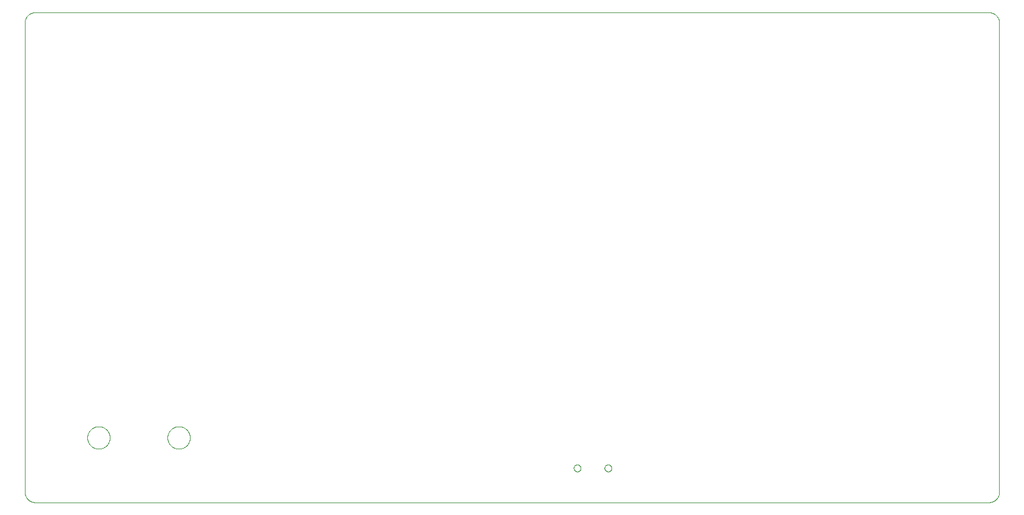
<source format=gko>
G75*
%MOIN*%
%OFA0B0*%
%FSLAX25Y25*%
%IPPOS*%
%LPD*%
%AMOC8*
5,1,8,0,0,1.08239X$1,22.5*
%
%ADD10C,0.00394*%
%ADD11C,0.00000*%
D10*
X0034258Y0146728D02*
X0569691Y0146728D01*
X0569843Y0146730D01*
X0569995Y0146736D01*
X0570147Y0146746D01*
X0570298Y0146759D01*
X0570449Y0146777D01*
X0570600Y0146798D01*
X0570750Y0146824D01*
X0570899Y0146853D01*
X0571048Y0146886D01*
X0571195Y0146923D01*
X0571342Y0146963D01*
X0571487Y0147008D01*
X0571631Y0147056D01*
X0571774Y0147108D01*
X0571916Y0147163D01*
X0572056Y0147222D01*
X0572195Y0147285D01*
X0572332Y0147351D01*
X0572467Y0147421D01*
X0572600Y0147494D01*
X0572731Y0147571D01*
X0572861Y0147651D01*
X0572988Y0147734D01*
X0573113Y0147820D01*
X0573236Y0147910D01*
X0573356Y0148003D01*
X0573474Y0148099D01*
X0573590Y0148198D01*
X0573703Y0148300D01*
X0573813Y0148404D01*
X0573921Y0148512D01*
X0574025Y0148622D01*
X0574127Y0148735D01*
X0574226Y0148851D01*
X0574322Y0148969D01*
X0574415Y0149089D01*
X0574505Y0149212D01*
X0574591Y0149337D01*
X0574674Y0149464D01*
X0574754Y0149594D01*
X0574831Y0149725D01*
X0574904Y0149858D01*
X0574974Y0149993D01*
X0575040Y0150130D01*
X0575103Y0150269D01*
X0575162Y0150409D01*
X0575217Y0150551D01*
X0575269Y0150694D01*
X0575317Y0150838D01*
X0575362Y0150983D01*
X0575402Y0151130D01*
X0575439Y0151277D01*
X0575472Y0151426D01*
X0575501Y0151575D01*
X0575527Y0151725D01*
X0575548Y0151876D01*
X0575566Y0152027D01*
X0575579Y0152178D01*
X0575589Y0152330D01*
X0575595Y0152482D01*
X0575597Y0152634D01*
X0575597Y0416413D01*
X0575595Y0416565D01*
X0575589Y0416717D01*
X0575579Y0416869D01*
X0575566Y0417020D01*
X0575548Y0417171D01*
X0575527Y0417322D01*
X0575501Y0417472D01*
X0575472Y0417621D01*
X0575439Y0417770D01*
X0575402Y0417917D01*
X0575362Y0418064D01*
X0575317Y0418209D01*
X0575269Y0418353D01*
X0575217Y0418496D01*
X0575162Y0418638D01*
X0575103Y0418778D01*
X0575040Y0418917D01*
X0574974Y0419054D01*
X0574904Y0419189D01*
X0574831Y0419322D01*
X0574754Y0419453D01*
X0574674Y0419583D01*
X0574591Y0419710D01*
X0574505Y0419835D01*
X0574415Y0419958D01*
X0574322Y0420078D01*
X0574226Y0420196D01*
X0574127Y0420312D01*
X0574025Y0420425D01*
X0573921Y0420535D01*
X0573813Y0420643D01*
X0573703Y0420747D01*
X0573590Y0420849D01*
X0573474Y0420948D01*
X0573356Y0421044D01*
X0573236Y0421137D01*
X0573113Y0421227D01*
X0572988Y0421313D01*
X0572861Y0421396D01*
X0572731Y0421476D01*
X0572600Y0421553D01*
X0572467Y0421626D01*
X0572332Y0421696D01*
X0572195Y0421762D01*
X0572056Y0421825D01*
X0571916Y0421884D01*
X0571774Y0421939D01*
X0571631Y0421991D01*
X0571487Y0422039D01*
X0571342Y0422084D01*
X0571195Y0422124D01*
X0571048Y0422161D01*
X0570899Y0422194D01*
X0570750Y0422223D01*
X0570600Y0422249D01*
X0570449Y0422270D01*
X0570298Y0422288D01*
X0570147Y0422301D01*
X0569995Y0422311D01*
X0569843Y0422317D01*
X0569691Y0422319D01*
X0034258Y0422319D01*
X0034106Y0422317D01*
X0033954Y0422311D01*
X0033802Y0422301D01*
X0033651Y0422288D01*
X0033500Y0422270D01*
X0033349Y0422249D01*
X0033199Y0422223D01*
X0033050Y0422194D01*
X0032901Y0422161D01*
X0032754Y0422124D01*
X0032607Y0422084D01*
X0032462Y0422039D01*
X0032318Y0421991D01*
X0032175Y0421939D01*
X0032033Y0421884D01*
X0031893Y0421825D01*
X0031754Y0421762D01*
X0031617Y0421696D01*
X0031482Y0421626D01*
X0031349Y0421553D01*
X0031218Y0421476D01*
X0031088Y0421396D01*
X0030961Y0421313D01*
X0030836Y0421227D01*
X0030713Y0421137D01*
X0030593Y0421044D01*
X0030475Y0420948D01*
X0030359Y0420849D01*
X0030246Y0420747D01*
X0030136Y0420643D01*
X0030028Y0420535D01*
X0029924Y0420425D01*
X0029822Y0420312D01*
X0029723Y0420196D01*
X0029627Y0420078D01*
X0029534Y0419958D01*
X0029444Y0419835D01*
X0029358Y0419710D01*
X0029275Y0419583D01*
X0029195Y0419453D01*
X0029118Y0419322D01*
X0029045Y0419189D01*
X0028975Y0419054D01*
X0028909Y0418917D01*
X0028846Y0418778D01*
X0028787Y0418638D01*
X0028732Y0418496D01*
X0028680Y0418353D01*
X0028632Y0418209D01*
X0028587Y0418064D01*
X0028547Y0417917D01*
X0028510Y0417770D01*
X0028477Y0417621D01*
X0028448Y0417472D01*
X0028422Y0417322D01*
X0028401Y0417171D01*
X0028383Y0417020D01*
X0028370Y0416869D01*
X0028360Y0416717D01*
X0028354Y0416565D01*
X0028352Y0416413D01*
X0028353Y0416413D02*
X0028353Y0152634D01*
X0028352Y0152634D02*
X0028354Y0152482D01*
X0028360Y0152330D01*
X0028370Y0152178D01*
X0028383Y0152027D01*
X0028401Y0151876D01*
X0028422Y0151725D01*
X0028448Y0151575D01*
X0028477Y0151426D01*
X0028510Y0151277D01*
X0028547Y0151130D01*
X0028587Y0150983D01*
X0028632Y0150838D01*
X0028680Y0150694D01*
X0028732Y0150551D01*
X0028787Y0150409D01*
X0028846Y0150269D01*
X0028909Y0150130D01*
X0028975Y0149993D01*
X0029045Y0149858D01*
X0029118Y0149725D01*
X0029195Y0149594D01*
X0029275Y0149464D01*
X0029358Y0149337D01*
X0029444Y0149212D01*
X0029534Y0149089D01*
X0029627Y0148969D01*
X0029723Y0148851D01*
X0029822Y0148735D01*
X0029924Y0148622D01*
X0030028Y0148512D01*
X0030136Y0148404D01*
X0030246Y0148300D01*
X0030359Y0148198D01*
X0030475Y0148099D01*
X0030593Y0148003D01*
X0030713Y0147910D01*
X0030836Y0147820D01*
X0030961Y0147734D01*
X0031088Y0147651D01*
X0031218Y0147571D01*
X0031349Y0147494D01*
X0031482Y0147421D01*
X0031617Y0147351D01*
X0031754Y0147285D01*
X0031893Y0147222D01*
X0032033Y0147163D01*
X0032175Y0147108D01*
X0032318Y0147056D01*
X0032462Y0147008D01*
X0032607Y0146963D01*
X0032754Y0146923D01*
X0032901Y0146886D01*
X0033050Y0146853D01*
X0033199Y0146824D01*
X0033349Y0146798D01*
X0033500Y0146777D01*
X0033651Y0146759D01*
X0033802Y0146746D01*
X0033954Y0146736D01*
X0034106Y0146730D01*
X0034258Y0146728D01*
D11*
X0063530Y0183146D02*
X0063532Y0183304D01*
X0063538Y0183462D01*
X0063548Y0183620D01*
X0063562Y0183778D01*
X0063580Y0183935D01*
X0063601Y0184092D01*
X0063627Y0184248D01*
X0063657Y0184404D01*
X0063690Y0184559D01*
X0063728Y0184712D01*
X0063769Y0184865D01*
X0063814Y0185017D01*
X0063863Y0185168D01*
X0063916Y0185317D01*
X0063972Y0185465D01*
X0064032Y0185611D01*
X0064096Y0185756D01*
X0064164Y0185899D01*
X0064235Y0186041D01*
X0064309Y0186181D01*
X0064387Y0186318D01*
X0064469Y0186454D01*
X0064553Y0186588D01*
X0064642Y0186719D01*
X0064733Y0186848D01*
X0064828Y0186975D01*
X0064925Y0187100D01*
X0065026Y0187222D01*
X0065130Y0187341D01*
X0065237Y0187458D01*
X0065347Y0187572D01*
X0065460Y0187683D01*
X0065575Y0187792D01*
X0065693Y0187897D01*
X0065814Y0187999D01*
X0065937Y0188099D01*
X0066063Y0188195D01*
X0066191Y0188288D01*
X0066321Y0188378D01*
X0066454Y0188464D01*
X0066589Y0188548D01*
X0066725Y0188627D01*
X0066864Y0188704D01*
X0067005Y0188776D01*
X0067147Y0188846D01*
X0067291Y0188911D01*
X0067437Y0188973D01*
X0067584Y0189031D01*
X0067733Y0189086D01*
X0067883Y0189137D01*
X0068034Y0189184D01*
X0068186Y0189227D01*
X0068339Y0189266D01*
X0068494Y0189302D01*
X0068649Y0189333D01*
X0068805Y0189361D01*
X0068961Y0189385D01*
X0069118Y0189405D01*
X0069276Y0189421D01*
X0069433Y0189433D01*
X0069592Y0189441D01*
X0069750Y0189445D01*
X0069908Y0189445D01*
X0070066Y0189441D01*
X0070225Y0189433D01*
X0070382Y0189421D01*
X0070540Y0189405D01*
X0070697Y0189385D01*
X0070853Y0189361D01*
X0071009Y0189333D01*
X0071164Y0189302D01*
X0071319Y0189266D01*
X0071472Y0189227D01*
X0071624Y0189184D01*
X0071775Y0189137D01*
X0071925Y0189086D01*
X0072074Y0189031D01*
X0072221Y0188973D01*
X0072367Y0188911D01*
X0072511Y0188846D01*
X0072653Y0188776D01*
X0072794Y0188704D01*
X0072933Y0188627D01*
X0073069Y0188548D01*
X0073204Y0188464D01*
X0073337Y0188378D01*
X0073467Y0188288D01*
X0073595Y0188195D01*
X0073721Y0188099D01*
X0073844Y0187999D01*
X0073965Y0187897D01*
X0074083Y0187792D01*
X0074198Y0187683D01*
X0074311Y0187572D01*
X0074421Y0187458D01*
X0074528Y0187341D01*
X0074632Y0187222D01*
X0074733Y0187100D01*
X0074830Y0186975D01*
X0074925Y0186848D01*
X0075016Y0186719D01*
X0075105Y0186588D01*
X0075189Y0186454D01*
X0075271Y0186318D01*
X0075349Y0186181D01*
X0075423Y0186041D01*
X0075494Y0185899D01*
X0075562Y0185756D01*
X0075626Y0185611D01*
X0075686Y0185465D01*
X0075742Y0185317D01*
X0075795Y0185168D01*
X0075844Y0185017D01*
X0075889Y0184865D01*
X0075930Y0184712D01*
X0075968Y0184559D01*
X0076001Y0184404D01*
X0076031Y0184248D01*
X0076057Y0184092D01*
X0076078Y0183935D01*
X0076096Y0183778D01*
X0076110Y0183620D01*
X0076120Y0183462D01*
X0076126Y0183304D01*
X0076128Y0183146D01*
X0076126Y0182988D01*
X0076120Y0182830D01*
X0076110Y0182672D01*
X0076096Y0182514D01*
X0076078Y0182357D01*
X0076057Y0182200D01*
X0076031Y0182044D01*
X0076001Y0181888D01*
X0075968Y0181733D01*
X0075930Y0181580D01*
X0075889Y0181427D01*
X0075844Y0181275D01*
X0075795Y0181124D01*
X0075742Y0180975D01*
X0075686Y0180827D01*
X0075626Y0180681D01*
X0075562Y0180536D01*
X0075494Y0180393D01*
X0075423Y0180251D01*
X0075349Y0180111D01*
X0075271Y0179974D01*
X0075189Y0179838D01*
X0075105Y0179704D01*
X0075016Y0179573D01*
X0074925Y0179444D01*
X0074830Y0179317D01*
X0074733Y0179192D01*
X0074632Y0179070D01*
X0074528Y0178951D01*
X0074421Y0178834D01*
X0074311Y0178720D01*
X0074198Y0178609D01*
X0074083Y0178500D01*
X0073965Y0178395D01*
X0073844Y0178293D01*
X0073721Y0178193D01*
X0073595Y0178097D01*
X0073467Y0178004D01*
X0073337Y0177914D01*
X0073204Y0177828D01*
X0073069Y0177744D01*
X0072933Y0177665D01*
X0072794Y0177588D01*
X0072653Y0177516D01*
X0072511Y0177446D01*
X0072367Y0177381D01*
X0072221Y0177319D01*
X0072074Y0177261D01*
X0071925Y0177206D01*
X0071775Y0177155D01*
X0071624Y0177108D01*
X0071472Y0177065D01*
X0071319Y0177026D01*
X0071164Y0176990D01*
X0071009Y0176959D01*
X0070853Y0176931D01*
X0070697Y0176907D01*
X0070540Y0176887D01*
X0070382Y0176871D01*
X0070225Y0176859D01*
X0070066Y0176851D01*
X0069908Y0176847D01*
X0069750Y0176847D01*
X0069592Y0176851D01*
X0069433Y0176859D01*
X0069276Y0176871D01*
X0069118Y0176887D01*
X0068961Y0176907D01*
X0068805Y0176931D01*
X0068649Y0176959D01*
X0068494Y0176990D01*
X0068339Y0177026D01*
X0068186Y0177065D01*
X0068034Y0177108D01*
X0067883Y0177155D01*
X0067733Y0177206D01*
X0067584Y0177261D01*
X0067437Y0177319D01*
X0067291Y0177381D01*
X0067147Y0177446D01*
X0067005Y0177516D01*
X0066864Y0177588D01*
X0066725Y0177665D01*
X0066589Y0177744D01*
X0066454Y0177828D01*
X0066321Y0177914D01*
X0066191Y0178004D01*
X0066063Y0178097D01*
X0065937Y0178193D01*
X0065814Y0178293D01*
X0065693Y0178395D01*
X0065575Y0178500D01*
X0065460Y0178609D01*
X0065347Y0178720D01*
X0065237Y0178834D01*
X0065130Y0178951D01*
X0065026Y0179070D01*
X0064925Y0179192D01*
X0064828Y0179317D01*
X0064733Y0179444D01*
X0064642Y0179573D01*
X0064553Y0179704D01*
X0064469Y0179838D01*
X0064387Y0179974D01*
X0064309Y0180111D01*
X0064235Y0180251D01*
X0064164Y0180393D01*
X0064096Y0180536D01*
X0064032Y0180681D01*
X0063972Y0180827D01*
X0063916Y0180975D01*
X0063863Y0181124D01*
X0063814Y0181275D01*
X0063769Y0181427D01*
X0063728Y0181580D01*
X0063690Y0181733D01*
X0063657Y0181888D01*
X0063627Y0182044D01*
X0063601Y0182200D01*
X0063580Y0182357D01*
X0063562Y0182514D01*
X0063548Y0182672D01*
X0063538Y0182830D01*
X0063532Y0182988D01*
X0063530Y0183146D01*
X0108530Y0183146D02*
X0108532Y0183304D01*
X0108538Y0183462D01*
X0108548Y0183620D01*
X0108562Y0183778D01*
X0108580Y0183935D01*
X0108601Y0184092D01*
X0108627Y0184248D01*
X0108657Y0184404D01*
X0108690Y0184559D01*
X0108728Y0184712D01*
X0108769Y0184865D01*
X0108814Y0185017D01*
X0108863Y0185168D01*
X0108916Y0185317D01*
X0108972Y0185465D01*
X0109032Y0185611D01*
X0109096Y0185756D01*
X0109164Y0185899D01*
X0109235Y0186041D01*
X0109309Y0186181D01*
X0109387Y0186318D01*
X0109469Y0186454D01*
X0109553Y0186588D01*
X0109642Y0186719D01*
X0109733Y0186848D01*
X0109828Y0186975D01*
X0109925Y0187100D01*
X0110026Y0187222D01*
X0110130Y0187341D01*
X0110237Y0187458D01*
X0110347Y0187572D01*
X0110460Y0187683D01*
X0110575Y0187792D01*
X0110693Y0187897D01*
X0110814Y0187999D01*
X0110937Y0188099D01*
X0111063Y0188195D01*
X0111191Y0188288D01*
X0111321Y0188378D01*
X0111454Y0188464D01*
X0111589Y0188548D01*
X0111725Y0188627D01*
X0111864Y0188704D01*
X0112005Y0188776D01*
X0112147Y0188846D01*
X0112291Y0188911D01*
X0112437Y0188973D01*
X0112584Y0189031D01*
X0112733Y0189086D01*
X0112883Y0189137D01*
X0113034Y0189184D01*
X0113186Y0189227D01*
X0113339Y0189266D01*
X0113494Y0189302D01*
X0113649Y0189333D01*
X0113805Y0189361D01*
X0113961Y0189385D01*
X0114118Y0189405D01*
X0114276Y0189421D01*
X0114433Y0189433D01*
X0114592Y0189441D01*
X0114750Y0189445D01*
X0114908Y0189445D01*
X0115066Y0189441D01*
X0115225Y0189433D01*
X0115382Y0189421D01*
X0115540Y0189405D01*
X0115697Y0189385D01*
X0115853Y0189361D01*
X0116009Y0189333D01*
X0116164Y0189302D01*
X0116319Y0189266D01*
X0116472Y0189227D01*
X0116624Y0189184D01*
X0116775Y0189137D01*
X0116925Y0189086D01*
X0117074Y0189031D01*
X0117221Y0188973D01*
X0117367Y0188911D01*
X0117511Y0188846D01*
X0117653Y0188776D01*
X0117794Y0188704D01*
X0117933Y0188627D01*
X0118069Y0188548D01*
X0118204Y0188464D01*
X0118337Y0188378D01*
X0118467Y0188288D01*
X0118595Y0188195D01*
X0118721Y0188099D01*
X0118844Y0187999D01*
X0118965Y0187897D01*
X0119083Y0187792D01*
X0119198Y0187683D01*
X0119311Y0187572D01*
X0119421Y0187458D01*
X0119528Y0187341D01*
X0119632Y0187222D01*
X0119733Y0187100D01*
X0119830Y0186975D01*
X0119925Y0186848D01*
X0120016Y0186719D01*
X0120105Y0186588D01*
X0120189Y0186454D01*
X0120271Y0186318D01*
X0120349Y0186181D01*
X0120423Y0186041D01*
X0120494Y0185899D01*
X0120562Y0185756D01*
X0120626Y0185611D01*
X0120686Y0185465D01*
X0120742Y0185317D01*
X0120795Y0185168D01*
X0120844Y0185017D01*
X0120889Y0184865D01*
X0120930Y0184712D01*
X0120968Y0184559D01*
X0121001Y0184404D01*
X0121031Y0184248D01*
X0121057Y0184092D01*
X0121078Y0183935D01*
X0121096Y0183778D01*
X0121110Y0183620D01*
X0121120Y0183462D01*
X0121126Y0183304D01*
X0121128Y0183146D01*
X0121126Y0182988D01*
X0121120Y0182830D01*
X0121110Y0182672D01*
X0121096Y0182514D01*
X0121078Y0182357D01*
X0121057Y0182200D01*
X0121031Y0182044D01*
X0121001Y0181888D01*
X0120968Y0181733D01*
X0120930Y0181580D01*
X0120889Y0181427D01*
X0120844Y0181275D01*
X0120795Y0181124D01*
X0120742Y0180975D01*
X0120686Y0180827D01*
X0120626Y0180681D01*
X0120562Y0180536D01*
X0120494Y0180393D01*
X0120423Y0180251D01*
X0120349Y0180111D01*
X0120271Y0179974D01*
X0120189Y0179838D01*
X0120105Y0179704D01*
X0120016Y0179573D01*
X0119925Y0179444D01*
X0119830Y0179317D01*
X0119733Y0179192D01*
X0119632Y0179070D01*
X0119528Y0178951D01*
X0119421Y0178834D01*
X0119311Y0178720D01*
X0119198Y0178609D01*
X0119083Y0178500D01*
X0118965Y0178395D01*
X0118844Y0178293D01*
X0118721Y0178193D01*
X0118595Y0178097D01*
X0118467Y0178004D01*
X0118337Y0177914D01*
X0118204Y0177828D01*
X0118069Y0177744D01*
X0117933Y0177665D01*
X0117794Y0177588D01*
X0117653Y0177516D01*
X0117511Y0177446D01*
X0117367Y0177381D01*
X0117221Y0177319D01*
X0117074Y0177261D01*
X0116925Y0177206D01*
X0116775Y0177155D01*
X0116624Y0177108D01*
X0116472Y0177065D01*
X0116319Y0177026D01*
X0116164Y0176990D01*
X0116009Y0176959D01*
X0115853Y0176931D01*
X0115697Y0176907D01*
X0115540Y0176887D01*
X0115382Y0176871D01*
X0115225Y0176859D01*
X0115066Y0176851D01*
X0114908Y0176847D01*
X0114750Y0176847D01*
X0114592Y0176851D01*
X0114433Y0176859D01*
X0114276Y0176871D01*
X0114118Y0176887D01*
X0113961Y0176907D01*
X0113805Y0176931D01*
X0113649Y0176959D01*
X0113494Y0176990D01*
X0113339Y0177026D01*
X0113186Y0177065D01*
X0113034Y0177108D01*
X0112883Y0177155D01*
X0112733Y0177206D01*
X0112584Y0177261D01*
X0112437Y0177319D01*
X0112291Y0177381D01*
X0112147Y0177446D01*
X0112005Y0177516D01*
X0111864Y0177588D01*
X0111725Y0177665D01*
X0111589Y0177744D01*
X0111454Y0177828D01*
X0111321Y0177914D01*
X0111191Y0178004D01*
X0111063Y0178097D01*
X0110937Y0178193D01*
X0110814Y0178293D01*
X0110693Y0178395D01*
X0110575Y0178500D01*
X0110460Y0178609D01*
X0110347Y0178720D01*
X0110237Y0178834D01*
X0110130Y0178951D01*
X0110026Y0179070D01*
X0109925Y0179192D01*
X0109828Y0179317D01*
X0109733Y0179444D01*
X0109642Y0179573D01*
X0109553Y0179704D01*
X0109469Y0179838D01*
X0109387Y0179974D01*
X0109309Y0180111D01*
X0109235Y0180251D01*
X0109164Y0180393D01*
X0109096Y0180536D01*
X0109032Y0180681D01*
X0108972Y0180827D01*
X0108916Y0180975D01*
X0108863Y0181124D01*
X0108814Y0181275D01*
X0108769Y0181427D01*
X0108728Y0181580D01*
X0108690Y0181733D01*
X0108657Y0181888D01*
X0108627Y0182044D01*
X0108601Y0182200D01*
X0108580Y0182357D01*
X0108562Y0182514D01*
X0108548Y0182672D01*
X0108538Y0182830D01*
X0108532Y0182988D01*
X0108530Y0183146D01*
X0336620Y0166020D02*
X0336622Y0166108D01*
X0336628Y0166196D01*
X0336638Y0166284D01*
X0336652Y0166372D01*
X0336669Y0166458D01*
X0336691Y0166544D01*
X0336716Y0166628D01*
X0336746Y0166712D01*
X0336778Y0166794D01*
X0336815Y0166874D01*
X0336855Y0166953D01*
X0336899Y0167030D01*
X0336946Y0167105D01*
X0336996Y0167177D01*
X0337050Y0167248D01*
X0337106Y0167315D01*
X0337166Y0167381D01*
X0337228Y0167443D01*
X0337294Y0167503D01*
X0337361Y0167559D01*
X0337432Y0167613D01*
X0337504Y0167663D01*
X0337579Y0167710D01*
X0337656Y0167754D01*
X0337735Y0167794D01*
X0337815Y0167831D01*
X0337897Y0167863D01*
X0337981Y0167893D01*
X0338065Y0167918D01*
X0338151Y0167940D01*
X0338237Y0167957D01*
X0338325Y0167971D01*
X0338413Y0167981D01*
X0338501Y0167987D01*
X0338589Y0167989D01*
X0338677Y0167987D01*
X0338765Y0167981D01*
X0338853Y0167971D01*
X0338941Y0167957D01*
X0339027Y0167940D01*
X0339113Y0167918D01*
X0339197Y0167893D01*
X0339281Y0167863D01*
X0339363Y0167831D01*
X0339443Y0167794D01*
X0339522Y0167754D01*
X0339599Y0167710D01*
X0339674Y0167663D01*
X0339746Y0167613D01*
X0339817Y0167559D01*
X0339884Y0167503D01*
X0339950Y0167443D01*
X0340012Y0167381D01*
X0340072Y0167315D01*
X0340128Y0167248D01*
X0340182Y0167177D01*
X0340232Y0167105D01*
X0340279Y0167030D01*
X0340323Y0166953D01*
X0340363Y0166874D01*
X0340400Y0166794D01*
X0340432Y0166712D01*
X0340462Y0166628D01*
X0340487Y0166544D01*
X0340509Y0166458D01*
X0340526Y0166372D01*
X0340540Y0166284D01*
X0340550Y0166196D01*
X0340556Y0166108D01*
X0340558Y0166020D01*
X0340556Y0165932D01*
X0340550Y0165844D01*
X0340540Y0165756D01*
X0340526Y0165668D01*
X0340509Y0165582D01*
X0340487Y0165496D01*
X0340462Y0165412D01*
X0340432Y0165328D01*
X0340400Y0165246D01*
X0340363Y0165166D01*
X0340323Y0165087D01*
X0340279Y0165010D01*
X0340232Y0164935D01*
X0340182Y0164863D01*
X0340128Y0164792D01*
X0340072Y0164725D01*
X0340012Y0164659D01*
X0339950Y0164597D01*
X0339884Y0164537D01*
X0339817Y0164481D01*
X0339746Y0164427D01*
X0339674Y0164377D01*
X0339599Y0164330D01*
X0339522Y0164286D01*
X0339443Y0164246D01*
X0339363Y0164209D01*
X0339281Y0164177D01*
X0339197Y0164147D01*
X0339113Y0164122D01*
X0339027Y0164100D01*
X0338941Y0164083D01*
X0338853Y0164069D01*
X0338765Y0164059D01*
X0338677Y0164053D01*
X0338589Y0164051D01*
X0338501Y0164053D01*
X0338413Y0164059D01*
X0338325Y0164069D01*
X0338237Y0164083D01*
X0338151Y0164100D01*
X0338065Y0164122D01*
X0337981Y0164147D01*
X0337897Y0164177D01*
X0337815Y0164209D01*
X0337735Y0164246D01*
X0337656Y0164286D01*
X0337579Y0164330D01*
X0337504Y0164377D01*
X0337432Y0164427D01*
X0337361Y0164481D01*
X0337294Y0164537D01*
X0337228Y0164597D01*
X0337166Y0164659D01*
X0337106Y0164725D01*
X0337050Y0164792D01*
X0336996Y0164863D01*
X0336946Y0164935D01*
X0336899Y0165010D01*
X0336855Y0165087D01*
X0336815Y0165166D01*
X0336778Y0165246D01*
X0336746Y0165328D01*
X0336716Y0165412D01*
X0336691Y0165496D01*
X0336669Y0165582D01*
X0336652Y0165668D01*
X0336638Y0165756D01*
X0336628Y0165844D01*
X0336622Y0165932D01*
X0336620Y0166020D01*
X0353943Y0166020D02*
X0353945Y0166108D01*
X0353951Y0166196D01*
X0353961Y0166284D01*
X0353975Y0166372D01*
X0353992Y0166458D01*
X0354014Y0166544D01*
X0354039Y0166628D01*
X0354069Y0166712D01*
X0354101Y0166794D01*
X0354138Y0166874D01*
X0354178Y0166953D01*
X0354222Y0167030D01*
X0354269Y0167105D01*
X0354319Y0167177D01*
X0354373Y0167248D01*
X0354429Y0167315D01*
X0354489Y0167381D01*
X0354551Y0167443D01*
X0354617Y0167503D01*
X0354684Y0167559D01*
X0354755Y0167613D01*
X0354827Y0167663D01*
X0354902Y0167710D01*
X0354979Y0167754D01*
X0355058Y0167794D01*
X0355138Y0167831D01*
X0355220Y0167863D01*
X0355304Y0167893D01*
X0355388Y0167918D01*
X0355474Y0167940D01*
X0355560Y0167957D01*
X0355648Y0167971D01*
X0355736Y0167981D01*
X0355824Y0167987D01*
X0355912Y0167989D01*
X0356000Y0167987D01*
X0356088Y0167981D01*
X0356176Y0167971D01*
X0356264Y0167957D01*
X0356350Y0167940D01*
X0356436Y0167918D01*
X0356520Y0167893D01*
X0356604Y0167863D01*
X0356686Y0167831D01*
X0356766Y0167794D01*
X0356845Y0167754D01*
X0356922Y0167710D01*
X0356997Y0167663D01*
X0357069Y0167613D01*
X0357140Y0167559D01*
X0357207Y0167503D01*
X0357273Y0167443D01*
X0357335Y0167381D01*
X0357395Y0167315D01*
X0357451Y0167248D01*
X0357505Y0167177D01*
X0357555Y0167105D01*
X0357602Y0167030D01*
X0357646Y0166953D01*
X0357686Y0166874D01*
X0357723Y0166794D01*
X0357755Y0166712D01*
X0357785Y0166628D01*
X0357810Y0166544D01*
X0357832Y0166458D01*
X0357849Y0166372D01*
X0357863Y0166284D01*
X0357873Y0166196D01*
X0357879Y0166108D01*
X0357881Y0166020D01*
X0357879Y0165932D01*
X0357873Y0165844D01*
X0357863Y0165756D01*
X0357849Y0165668D01*
X0357832Y0165582D01*
X0357810Y0165496D01*
X0357785Y0165412D01*
X0357755Y0165328D01*
X0357723Y0165246D01*
X0357686Y0165166D01*
X0357646Y0165087D01*
X0357602Y0165010D01*
X0357555Y0164935D01*
X0357505Y0164863D01*
X0357451Y0164792D01*
X0357395Y0164725D01*
X0357335Y0164659D01*
X0357273Y0164597D01*
X0357207Y0164537D01*
X0357140Y0164481D01*
X0357069Y0164427D01*
X0356997Y0164377D01*
X0356922Y0164330D01*
X0356845Y0164286D01*
X0356766Y0164246D01*
X0356686Y0164209D01*
X0356604Y0164177D01*
X0356520Y0164147D01*
X0356436Y0164122D01*
X0356350Y0164100D01*
X0356264Y0164083D01*
X0356176Y0164069D01*
X0356088Y0164059D01*
X0356000Y0164053D01*
X0355912Y0164051D01*
X0355824Y0164053D01*
X0355736Y0164059D01*
X0355648Y0164069D01*
X0355560Y0164083D01*
X0355474Y0164100D01*
X0355388Y0164122D01*
X0355304Y0164147D01*
X0355220Y0164177D01*
X0355138Y0164209D01*
X0355058Y0164246D01*
X0354979Y0164286D01*
X0354902Y0164330D01*
X0354827Y0164377D01*
X0354755Y0164427D01*
X0354684Y0164481D01*
X0354617Y0164537D01*
X0354551Y0164597D01*
X0354489Y0164659D01*
X0354429Y0164725D01*
X0354373Y0164792D01*
X0354319Y0164863D01*
X0354269Y0164935D01*
X0354222Y0165010D01*
X0354178Y0165087D01*
X0354138Y0165166D01*
X0354101Y0165246D01*
X0354069Y0165328D01*
X0354039Y0165412D01*
X0354014Y0165496D01*
X0353992Y0165582D01*
X0353975Y0165668D01*
X0353961Y0165756D01*
X0353951Y0165844D01*
X0353945Y0165932D01*
X0353943Y0166020D01*
M02*

</source>
